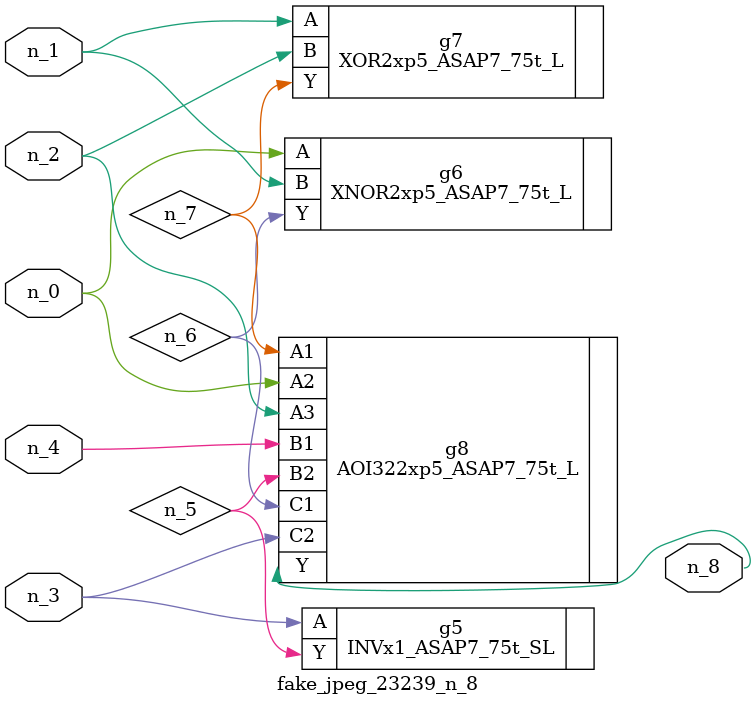
<source format=v>
module fake_jpeg_23239_n_8 (n_3, n_2, n_1, n_0, n_4, n_8);

input n_3;
input n_2;
input n_1;
input n_0;
input n_4;

output n_8;

wire n_6;
wire n_5;
wire n_7;

INVx1_ASAP7_75t_SL g5 ( 
.A(n_3),
.Y(n_5)
);

XNOR2xp5_ASAP7_75t_L g6 ( 
.A(n_0),
.B(n_1),
.Y(n_6)
);

XOR2xp5_ASAP7_75t_L g7 ( 
.A(n_1),
.B(n_2),
.Y(n_7)
);

AOI322xp5_ASAP7_75t_L g8 ( 
.A1(n_7),
.A2(n_0),
.A3(n_2),
.B1(n_4),
.B2(n_5),
.C1(n_6),
.C2(n_3),
.Y(n_8)
);


endmodule
</source>
